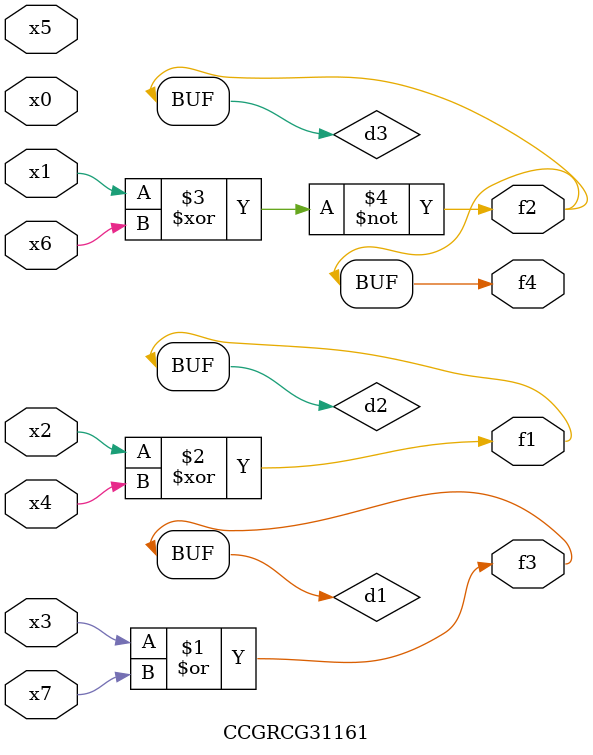
<source format=v>
module CCGRCG31161(
	input x0, x1, x2, x3, x4, x5, x6, x7,
	output f1, f2, f3, f4
);

	wire d1, d2, d3;

	or (d1, x3, x7);
	xor (d2, x2, x4);
	xnor (d3, x1, x6);
	assign f1 = d2;
	assign f2 = d3;
	assign f3 = d1;
	assign f4 = d3;
endmodule

</source>
